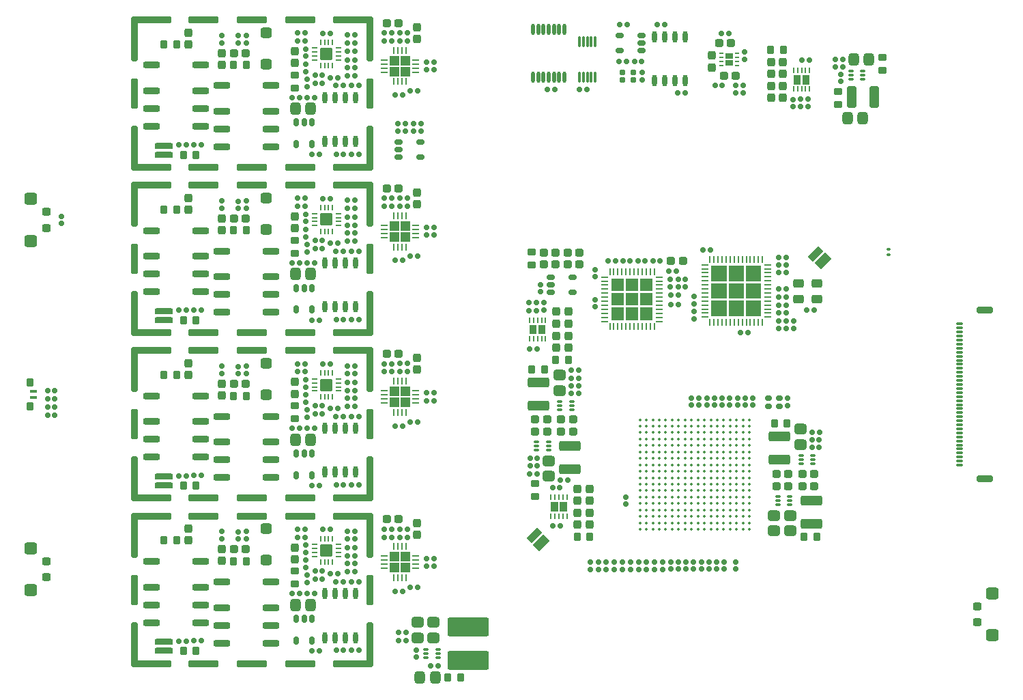
<source format=gbr>
%TF.GenerationSoftware,KiCad,Pcbnew,9.0.0*%
%TF.CreationDate,2025-04-15T16:43:56-04:00*%
%TF.ProjectId,Thunderscope_Rev5,5468756e-6465-4727-9363-6f70655f5265,rev?*%
%TF.SameCoordinates,Original*%
%TF.FileFunction,Paste,Top*%
%TF.FilePolarity,Positive*%
%FSLAX46Y46*%
G04 Gerber Fmt 4.6, Leading zero omitted, Abs format (unit mm)*
G04 Created by KiCad (PCBNEW 9.0.0) date 2025-04-15 16:43:56*
%MOMM*%
%LPD*%
G01*
G04 APERTURE LIST*
G04 Aperture macros list*
%AMRoundRect*
0 Rectangle with rounded corners*
0 $1 Rounding radius*
0 $2 $3 $4 $5 $6 $7 $8 $9 X,Y pos of 4 corners*
0 Add a 4 corners polygon primitive as box body*
4,1,4,$2,$3,$4,$5,$6,$7,$8,$9,$2,$3,0*
0 Add four circle primitives for the rounded corners*
1,1,$1+$1,$2,$3*
1,1,$1+$1,$4,$5*
1,1,$1+$1,$6,$7*
1,1,$1+$1,$8,$9*
0 Add four rect primitives between the rounded corners*
20,1,$1+$1,$2,$3,$4,$5,0*
20,1,$1+$1,$4,$5,$6,$7,0*
20,1,$1+$1,$6,$7,$8,$9,0*
20,1,$1+$1,$8,$9,$2,$3,0*%
G04 Aperture macros list end*
%ADD10C,0.000000*%
%ADD11RoundRect,0.150000X-0.150000X0.150000X-0.150000X-0.150000X0.150000X-0.150000X0.150000X0.150000X0*%
%ADD12RoundRect,0.150000X0.150000X-0.150000X0.150000X0.150000X-0.150000X0.150000X-0.150000X-0.150000X0*%
%ADD13RoundRect,0.160000X0.160000X-0.160000X0.160000X0.160000X-0.160000X0.160000X-0.160000X-0.160000X0*%
%ADD14RoundRect,0.200000X0.200000X2.575000X-0.200000X2.575000X-0.200000X-2.575000X0.200000X-2.575000X0*%
%ADD15RoundRect,0.200000X-0.200000X-1.700000X0.200000X-1.700000X0.200000X1.700000X-0.200000X1.700000X0*%
%ADD16RoundRect,0.200000X2.290000X-0.200000X2.290000X0.200000X-2.290000X0.200000X-2.290000X-0.200000X0*%
%ADD17RoundRect,0.200000X-2.290000X0.200000X-2.290000X-0.200000X2.290000X-0.200000X2.290000X0.200000X0*%
%ADD18RoundRect,0.200000X1.700000X-0.200000X1.700000X0.200000X-1.700000X0.200000X-1.700000X-0.200000X0*%
%ADD19RoundRect,0.200000X-1.700000X0.200000X-1.700000X-0.200000X1.700000X-0.200000X1.700000X0.200000X0*%
%ADD20RoundRect,0.200000X-0.200000X-2.575000X0.200000X-2.575000X0.200000X2.575000X-0.200000X2.575000X0*%
%ADD21RoundRect,0.200000X0.200000X1.700000X-0.200000X1.700000X-0.200000X-1.700000X0.200000X-1.700000X0*%
%ADD22RoundRect,0.062500X0.062500X0.237500X-0.062500X0.237500X-0.062500X-0.237500X0.062500X-0.237500X0*%
%ADD23RoundRect,0.160000X-0.160000X0.160000X-0.160000X-0.160000X0.160000X-0.160000X0.160000X0.160000X0*%
%ADD24RoundRect,0.062500X-0.062500X-0.237500X0.062500X-0.237500X0.062500X0.237500X-0.062500X0.237500X0*%
%ADD25RoundRect,0.225000X-0.225000X0.275000X-0.225000X-0.275000X0.225000X-0.275000X0.225000X0.275000X0*%
%ADD26RoundRect,0.237500X0.287500X-0.237500X0.287500X0.237500X-0.287500X0.237500X-0.287500X-0.237500X0*%
%ADD27RoundRect,0.190500X0.934500X0.190500X-0.934500X0.190500X-0.934500X-0.190500X0.934500X-0.190500X0*%
%ADD28RoundRect,0.150000X-0.150000X-0.150000X0.150000X-0.150000X0.150000X0.150000X-0.150000X0.150000X0*%
%ADD29RoundRect,0.237500X-0.287500X0.237500X-0.287500X-0.237500X0.287500X-0.237500X0.287500X0.237500X0*%
%ADD30RoundRect,0.200000X-0.830000X0.200000X-0.830000X-0.200000X0.830000X-0.200000X0.830000X0.200000X0*%
%ADD31RoundRect,0.225000X-0.275000X-0.225000X0.275000X-0.225000X0.275000X0.225000X-0.275000X0.225000X0*%
%ADD32RoundRect,0.160000X0.160000X0.160000X-0.160000X0.160000X-0.160000X-0.160000X0.160000X-0.160000X0*%
%ADD33RoundRect,0.325000X0.375000X0.325000X-0.375000X0.325000X-0.375000X-0.325000X0.375000X-0.325000X0*%
%ADD34RoundRect,0.062500X0.187500X-0.062500X0.187500X0.062500X-0.187500X0.062500X-0.187500X-0.062500X0*%
%ADD35RoundRect,0.375000X-0.425000X0.375000X-0.425000X-0.375000X0.425000X-0.375000X0.425000X0.375000X0*%
%ADD36RoundRect,0.375000X0.425000X-0.375000X0.425000X0.375000X-0.425000X0.375000X-0.425000X-0.375000X0*%
%ADD37RoundRect,0.250000X-0.275000X0.250000X-0.275000X-0.250000X0.275000X-0.250000X0.275000X0.250000X0*%
%ADD38RoundRect,0.225000X0.225000X-0.275000X0.225000X0.275000X-0.225000X0.275000X-0.225000X-0.275000X0*%
%ADD39RoundRect,0.237500X-0.237500X-0.287500X0.237500X-0.287500X0.237500X0.287500X-0.237500X0.287500X0*%
%ADD40O,0.900000X0.250000*%
%ADD41O,0.250000X0.900000*%
%ADD42RoundRect,0.325000X0.325000X-0.425000X0.325000X0.425000X-0.325000X0.425000X-0.325000X-0.425000X0*%
%ADD43O,0.600000X1.450000*%
%ADD44RoundRect,0.325000X0.425000X0.325000X-0.425000X0.325000X-0.425000X-0.325000X0.425000X-0.325000X0*%
%ADD45RoundRect,0.237500X0.237500X0.287500X-0.237500X0.287500X-0.237500X-0.287500X0.237500X-0.287500X0*%
%ADD46RoundRect,0.150000X0.350000X-0.150000X0.350000X0.150000X-0.350000X0.150000X-0.350000X-0.150000X0*%
%ADD47RoundRect,0.075000X0.260000X-0.075000X0.260000X0.075000X-0.260000X0.075000X-0.260000X-0.075000X0*%
%ADD48RoundRect,0.075000X-0.260000X0.075000X-0.260000X-0.075000X0.260000X-0.075000X0.260000X0.075000X0*%
%ADD49O,0.250000X0.850000*%
%ADD50O,0.850000X0.250000*%
%ADD51RoundRect,0.150000X0.150000X0.150000X-0.150000X0.150000X-0.150000X-0.150000X0.150000X-0.150000X0*%
%ADD52RoundRect,0.160000X-0.160000X-0.160000X0.160000X-0.160000X0.160000X0.160000X-0.160000X0.160000X0*%
%ADD53O,0.200000X0.850000*%
%ADD54O,0.850000X0.200000*%
%ADD55RoundRect,0.325000X-0.425000X-0.325000X0.425000X-0.325000X0.425000X0.325000X-0.425000X0.325000X0*%
%ADD56RoundRect,0.150000X-0.150000X-0.350000X0.150000X-0.350000X0.150000X0.350000X-0.150000X0.350000X0*%
%ADD57RoundRect,0.307500X1.052500X0.307500X-1.052500X0.307500X-1.052500X-0.307500X1.052500X-0.307500X0*%
%ADD58RoundRect,0.275000X0.375000X0.275000X-0.375000X0.275000X-0.375000X-0.275000X0.375000X-0.275000X0*%
%ADD59RoundRect,0.275000X-0.375000X-0.275000X0.375000X-0.275000X0.375000X0.275000X-0.375000X0.275000X0*%
%ADD60RoundRect,0.085000X-0.852064X-0.371231X-0.371231X-0.852064X0.852064X0.371231X0.371231X0.852064X0*%
%ADD61RoundRect,0.110000X-0.905097X-0.282843X-0.282843X-0.905097X0.905097X0.282843X0.282843X0.905097X0*%
%ADD62O,0.350000X1.400000*%
%ADD63RoundRect,0.307500X-1.052500X-0.307500X1.052500X-0.307500X1.052500X0.307500X-1.052500X0.307500X0*%
%ADD64RoundRect,0.325000X-0.325000X0.425000X-0.325000X-0.425000X0.325000X-0.425000X0.325000X0.425000X0*%
%ADD65RoundRect,0.225000X0.275000X0.225000X-0.275000X0.225000X-0.275000X-0.225000X0.275000X-0.225000X0*%
%ADD66RoundRect,0.175000X0.225000X0.175000X-0.225000X0.175000X-0.225000X-0.175000X0.225000X-0.175000X0*%
%ADD67RoundRect,0.175000X-0.225000X-0.175000X0.225000X-0.175000X0.225000X0.175000X-0.225000X0.175000X0*%
%ADD68O,0.800000X0.250000*%
%ADD69O,0.250000X0.800000*%
%ADD70RoundRect,0.074000X-0.666000X-0.666000X0.666000X-0.666000X0.666000X0.666000X-0.666000X0.666000X0*%
%ADD71RoundRect,0.150000X-0.350000X0.150000X-0.350000X-0.150000X0.350000X-0.150000X0.350000X0.150000X0*%
%ADD72RoundRect,0.075000X-0.175000X-0.075000X0.175000X-0.075000X0.175000X0.075000X-0.175000X0.075000X0*%
%ADD73RoundRect,0.307500X0.307500X-1.052500X0.307500X1.052500X-0.307500X1.052500X-0.307500X-1.052500X0*%
%ADD74RoundRect,0.250000X0.275000X-0.250000X0.275000X0.250000X-0.275000X0.250000X-0.275000X-0.250000X0*%
%ADD75RoundRect,0.235000X2.315000X-0.940000X2.315000X0.940000X-2.315000X0.940000X-2.315000X-0.940000X0*%
%ADD76RoundRect,0.075000X0.350000X-0.075000X0.350000X0.075000X-0.350000X0.075000X-0.350000X-0.075000X0*%
%ADD77RoundRect,0.200000X0.800000X-0.200000X0.800000X0.200000X-0.800000X0.200000X-0.800000X-0.200000X0*%
%ADD78C,0.350000*%
%ADD79O,0.450000X1.400000*%
%ADD80RoundRect,0.135000X0.315000X-0.365000X0.315000X0.365000X-0.315000X0.365000X-0.315000X-0.365000X0*%
%ADD81RoundRect,0.060000X0.340000X-0.140000X0.340000X0.140000X-0.340000X0.140000X-0.340000X-0.140000X0*%
%ADD82RoundRect,0.160000X0.190000X-0.160000X0.190000X0.160000X-0.190000X0.160000X-0.190000X-0.160000X0*%
G04 APERTURE END LIST*
D10*
%TO.C,U15*%
G36*
X184101246Y-68593599D02*
G01*
X183211246Y-68593599D01*
X183211246Y-67463599D01*
X184101246Y-67463599D01*
X184101246Y-68593599D01*
G37*
G36*
X185201246Y-68593599D02*
G01*
X184311246Y-68593599D01*
X184311246Y-67463599D01*
X185201246Y-67463599D01*
X185201246Y-68593599D01*
G37*
%TO.C,U22*%
G36*
X153995925Y-121518600D02*
G01*
X153105925Y-121518600D01*
X153105925Y-120388600D01*
X153995925Y-120388600D01*
X153995925Y-121518600D01*
G37*
G36*
X155095925Y-121518600D02*
G01*
X154205925Y-121518600D01*
X154205925Y-120388600D01*
X155095925Y-120388600D01*
X155095925Y-121518600D01*
G37*
%TO.C,U13*%
G36*
X175681051Y-65403589D02*
G01*
X174781051Y-65403589D01*
X174781051Y-64703590D01*
X175681051Y-64703590D01*
X175681051Y-65403589D01*
G37*
G36*
X175681093Y-66303608D02*
G01*
X174781093Y-66303608D01*
X174781093Y-65603609D01*
X175681093Y-65603609D01*
X175681093Y-66303608D01*
G37*
%TO.C,U6*%
G36*
X162144155Y-92653610D02*
G01*
X160594155Y-92653610D01*
X160594155Y-94203610D01*
X162144155Y-94203610D01*
X162144155Y-92653610D01*
G37*
G36*
X162144155Y-94453610D02*
G01*
X160594155Y-94453610D01*
X160594155Y-96003610D01*
X162144155Y-96003610D01*
X162144155Y-94453610D01*
G37*
G36*
X162144155Y-96253610D02*
G01*
X160594155Y-96253610D01*
X160594155Y-97803610D01*
X162144155Y-97803610D01*
X162144155Y-96253610D01*
G37*
G36*
X163944155Y-92653610D02*
G01*
X162394155Y-92653610D01*
X162394155Y-94203610D01*
X163944155Y-94203610D01*
X163944155Y-92653610D01*
G37*
G36*
X163944155Y-94453610D02*
G01*
X162394155Y-94453610D01*
X162394155Y-96003610D01*
X163944155Y-96003610D01*
X163944155Y-94453610D01*
G37*
G36*
X163944155Y-96253610D02*
G01*
X162394155Y-96253610D01*
X162394155Y-97803610D01*
X163944155Y-97803610D01*
X163944155Y-96253610D01*
G37*
G36*
X165744155Y-92653610D02*
G01*
X164194155Y-92653610D01*
X164194155Y-94203610D01*
X165744155Y-94203610D01*
X165744155Y-92653610D01*
G37*
G36*
X165744155Y-94453610D02*
G01*
X164194155Y-94453610D01*
X164194155Y-96003610D01*
X165744155Y-96003610D01*
X165744155Y-94453610D01*
G37*
G36*
X165744155Y-96253610D02*
G01*
X164194155Y-96253610D01*
X164194155Y-97803610D01*
X165744155Y-97803610D01*
X165744155Y-96253610D01*
G37*
%TO.C,U14*%
G36*
X151345925Y-99568600D02*
G01*
X150455925Y-99568600D01*
X150455925Y-98438600D01*
X151345925Y-98438600D01*
X151345925Y-99568600D01*
G37*
G36*
X152445925Y-99568600D02*
G01*
X151555925Y-99568600D01*
X151555925Y-98438600D01*
X152445925Y-98438600D01*
X152445925Y-99568600D01*
G37*
%TO.C,U1008_1*%
G36*
X133126045Y-65078600D02*
G01*
X134276045Y-65078600D01*
X134276045Y-66228600D01*
X133126045Y-66228600D01*
X133126045Y-65078600D01*
G37*
G36*
X133126045Y-66428600D02*
G01*
X134276045Y-66428600D01*
X134276045Y-67578600D01*
X133126045Y-67578600D01*
X133126045Y-66428600D01*
G37*
G36*
X134476045Y-65078600D02*
G01*
X135626045Y-65078600D01*
X135626045Y-66228600D01*
X134476045Y-66228600D01*
X134476045Y-65078600D01*
G37*
G36*
X134476045Y-66428600D02*
G01*
X135626045Y-66428600D01*
X135626045Y-67578600D01*
X134476045Y-67578600D01*
X134476045Y-66428600D01*
G37*
%TO.C,U7*%
G36*
X174901095Y-93003590D02*
G01*
X173001095Y-93003590D01*
X173001095Y-91103600D01*
X174901095Y-91103600D01*
X174901095Y-93003590D01*
G37*
G36*
X174901095Y-97303590D02*
G01*
X173001095Y-97303590D01*
X173001095Y-95403590D01*
X174901095Y-95403590D01*
X174901095Y-97303590D01*
G37*
G36*
X174901095Y-95153590D02*
G01*
X173001095Y-95153590D01*
X173001095Y-93253590D01*
X174901095Y-93253590D01*
X174901095Y-95153590D01*
G37*
G36*
X177051095Y-93003600D02*
G01*
X175151095Y-93003600D01*
X175151095Y-91103600D01*
X177051095Y-91103600D01*
X177051095Y-93003600D01*
G37*
G36*
X177051095Y-95153590D02*
G01*
X175151095Y-95153590D01*
X175151095Y-93253600D01*
X177051095Y-93253600D01*
X177051095Y-95153590D01*
G37*
G36*
X177051095Y-97303590D02*
G01*
X175151095Y-97303590D01*
X175151095Y-95403590D01*
X177051095Y-95403590D01*
X177051095Y-97303590D01*
G37*
G36*
X179201095Y-95153590D02*
G01*
X177301095Y-95153590D01*
X177301095Y-93253590D01*
X179201095Y-93253590D01*
X179201095Y-95153590D01*
G37*
G36*
X179201095Y-93003590D02*
G01*
X177301095Y-93003590D01*
X177301095Y-91103600D01*
X179201095Y-91103600D01*
X179201095Y-93003590D01*
G37*
G36*
X179201095Y-97303590D02*
G01*
X177301095Y-97303590D01*
X177301095Y-95403590D01*
X179201095Y-95403590D01*
X179201095Y-97303590D01*
G37*
%TO.C,U1008_2*%
G36*
X133126045Y-85578600D02*
G01*
X134276045Y-85578600D01*
X134276045Y-86728600D01*
X133126045Y-86728600D01*
X133126045Y-85578600D01*
G37*
G36*
X133126045Y-86928600D02*
G01*
X134276045Y-86928600D01*
X134276045Y-88078600D01*
X133126045Y-88078600D01*
X133126045Y-86928600D01*
G37*
G36*
X134476045Y-85578600D02*
G01*
X135626045Y-85578600D01*
X135626045Y-86728600D01*
X134476045Y-86728600D01*
X134476045Y-85578600D01*
G37*
G36*
X134476045Y-86928600D02*
G01*
X135626045Y-86928600D01*
X135626045Y-88078600D01*
X134476045Y-88078600D01*
X134476045Y-86928600D01*
G37*
%TO.C,U1008_3*%
G36*
X133126045Y-106078600D02*
G01*
X134276045Y-106078600D01*
X134276045Y-107228600D01*
X133126045Y-107228600D01*
X133126045Y-106078600D01*
G37*
G36*
X133126045Y-107428600D02*
G01*
X134276045Y-107428600D01*
X134276045Y-108578600D01*
X133126045Y-108578600D01*
X133126045Y-107428600D01*
G37*
G36*
X134476045Y-106078600D02*
G01*
X135626045Y-106078600D01*
X135626045Y-107228600D01*
X134476045Y-107228600D01*
X134476045Y-106078600D01*
G37*
G36*
X134476045Y-107428600D02*
G01*
X135626045Y-107428600D01*
X135626045Y-108578600D01*
X134476045Y-108578600D01*
X134476045Y-107428600D01*
G37*
%TO.C,U1008_4*%
G36*
X133126045Y-126578600D02*
G01*
X134276045Y-126578600D01*
X134276045Y-127728600D01*
X133126045Y-127728600D01*
X133126045Y-126578600D01*
G37*
G36*
X133126045Y-127928600D02*
G01*
X134276045Y-127928600D01*
X134276045Y-129078600D01*
X133126045Y-129078600D01*
X133126045Y-127928600D01*
G37*
G36*
X134476045Y-126578600D02*
G01*
X135626045Y-126578600D01*
X135626045Y-127728600D01*
X134476045Y-127728600D01*
X134476045Y-126578600D01*
G37*
G36*
X134476045Y-127928600D02*
G01*
X135626045Y-127928600D01*
X135626045Y-129078600D01*
X134476045Y-129078600D01*
X134476045Y-127928600D01*
G37*
%TD*%
D11*
%TO.C,R1033_1*%
X134676085Y-69928600D03*
X133776085Y-69928600D03*
%TD*%
D12*
%TO.C,FB1000_4*%
X134401105Y-123713600D03*
X135301105Y-123713600D03*
%TD*%
D13*
%TO.C,C1045_1*%
X126441095Y-68753600D03*
X127361095Y-68753600D03*
%TD*%
D14*
%TO.C,SHLD1001_2*%
X130613695Y-97022990D03*
D15*
X130611095Y-90253590D03*
D14*
X130611095Y-83478990D03*
D16*
X128523395Y-99398390D03*
D17*
X128521395Y-81103590D03*
D18*
X122033695Y-99398390D03*
D19*
X122031095Y-81103590D03*
D18*
X116033695Y-99398390D03*
D19*
X116031095Y-81103590D03*
D18*
X110033695Y-99398390D03*
D19*
X110031095Y-81103590D03*
D16*
X103543395Y-99398390D03*
D17*
X103541395Y-81103590D03*
D20*
X101453695Y-97022990D03*
D21*
X101451095Y-90253590D03*
D20*
X101451095Y-83478990D03*
%TD*%
D13*
%TO.C,C185*%
X153321095Y-123343600D03*
X154241095Y-123343600D03*
%TD*%
D22*
%TO.C,U15*%
X183206076Y-69178599D03*
X183706076Y-69178599D03*
X184206076Y-69178599D03*
X184706076Y-69178599D03*
X185206076Y-69178599D03*
X185206076Y-66878599D03*
X184706076Y-66878599D03*
X184206076Y-66878599D03*
X183706076Y-66878599D03*
X183206076Y-66878599D03*
%TD*%
D12*
%TO.C,R1042_3*%
X127876115Y-107528590D03*
X128776115Y-107528590D03*
%TD*%
%TO.C,R1039_3*%
X121026105Y-111203600D03*
X121926105Y-111203600D03*
%TD*%
%TO.C,R85*%
X90651105Y-108603600D03*
X91551105Y-108603600D03*
%TD*%
D23*
%TO.C,C1047_2*%
X122636095Y-83728590D03*
X121716095Y-83728590D03*
%TD*%
D24*
%TO.C,U22*%
X155101095Y-119803600D03*
X154601095Y-119803600D03*
X154101095Y-119803600D03*
X153601095Y-119803600D03*
X153101095Y-119803600D03*
X153101095Y-122103600D03*
X153601095Y-122103600D03*
X154101095Y-122103600D03*
X154601095Y-122103600D03*
X155101095Y-122103600D03*
%TD*%
D25*
%TO.C,R1022_3*%
X106651095Y-104641100D03*
X105051095Y-104641100D03*
%TD*%
D26*
%TO.C,C1039_2*%
X132736095Y-81483600D03*
X134186095Y-81483600D03*
%TD*%
D12*
%TO.C,R1037_3*%
X127901105Y-105528600D03*
X128801105Y-105528600D03*
%TD*%
D27*
%TO.C,R1025_2*%
X105101095Y-97866100D03*
X105101095Y-96716100D03*
%TD*%
D28*
%TO.C,R1043_1*%
X122876095Y-67953600D03*
X122876095Y-68853600D03*
%TD*%
%TO.C,R37*%
X168917200Y-127803610D03*
X168917200Y-128703610D03*
%TD*%
D29*
%TO.C,C1024_4*%
X115251095Y-126203600D03*
X113801095Y-126203600D03*
%TD*%
D13*
%TO.C,C66*%
X181366095Y-95953600D03*
X182286095Y-95953600D03*
%TD*%
D12*
%TO.C,FB1000_3*%
X134401105Y-103213600D03*
X135301105Y-103213600D03*
%TD*%
D13*
%TO.C,C85*%
X134191095Y-136578600D03*
X135111095Y-136578600D03*
%TD*%
D30*
%TO.C,K1000_3*%
X103551105Y-107216100D03*
X103551105Y-110416100D03*
X103551105Y-112616100D03*
X103551105Y-114816100D03*
X109691095Y-114816100D03*
X109691095Y-112616100D03*
X109691095Y-110416100D03*
X109691095Y-107216100D03*
%TD*%
D13*
%TO.C,C1046_1*%
X127866105Y-62478590D03*
X128786105Y-62478590D03*
%TD*%
D11*
%TO.C,R127*%
X154231085Y-118628600D03*
X153331085Y-118628600D03*
%TD*%
D31*
%TO.C,R120*%
X151151095Y-118053601D03*
X151151095Y-119653599D03*
%TD*%
D32*
%TO.C,C1034_4*%
X122676095Y-128488600D03*
X122676095Y-127568600D03*
%TD*%
D11*
%TO.C,R1044_4*%
X127376085Y-138753600D03*
X126476085Y-138753600D03*
%TD*%
D25*
%TO.C,R1022_2*%
X106651095Y-84141100D03*
X105051095Y-84141100D03*
%TD*%
D32*
%TO.C,C47*%
X157976095Y-128738600D03*
X157976095Y-127818600D03*
%TD*%
D28*
%TO.C,R38*%
X167976095Y-127803610D03*
X167976095Y-128703610D03*
%TD*%
D33*
%TO.C,C1059_1*%
X117826095Y-66103600D03*
X117826095Y-62203600D03*
%TD*%
D34*
%TO.C,U13*%
X174281074Y-64753599D03*
X174281074Y-65253594D03*
X174281081Y-65753597D03*
X174281074Y-66253599D03*
X176181077Y-66253592D03*
X176181077Y-65753597D03*
X176181077Y-65253601D03*
X176181077Y-64753592D03*
%TD*%
D35*
%TO.C,J12*%
X88587500Y-82803600D03*
D36*
X88587500Y-88003600D03*
D37*
X90512500Y-84403600D03*
X90512500Y-86403600D03*
%TD*%
D12*
%TO.C,R1041_1*%
X127901105Y-65578600D03*
X128801105Y-65578600D03*
%TD*%
D11*
%TO.C,R19*%
X162944145Y-90478600D03*
X162044145Y-90478600D03*
%TD*%
D13*
%TO.C,C16*%
X167741095Y-91753600D03*
X168661095Y-91753600D03*
%TD*%
D28*
%TO.C,R79*%
X174351095Y-107478610D03*
X174351095Y-108378610D03*
%TD*%
D12*
%TO.C,R1039_2*%
X121026105Y-90703600D03*
X121926105Y-90703600D03*
%TD*%
D11*
%TO.C,R1044_1*%
X127376085Y-77253600D03*
X126476085Y-77253600D03*
%TD*%
D38*
%TO.C,R1024_3*%
X113701095Y-107203600D03*
X115301095Y-107203600D03*
%TD*%
%TO.C,R1021_4*%
X107501095Y-138866100D03*
X109101095Y-138866100D03*
%TD*%
D28*
%TO.C,R75*%
X178151095Y-107478610D03*
X178151095Y-108378610D03*
%TD*%
D27*
%TO.C,R1025_4*%
X105101095Y-138866100D03*
X105101095Y-137716100D03*
%TD*%
D25*
%TO.C,R1022_4*%
X106651095Y-125141100D03*
X105051095Y-125141100D03*
%TD*%
D23*
%TO.C,C76*%
X136961094Y-73428600D03*
X136041094Y-73428600D03*
%TD*%
D33*
%TO.C,C1059_3*%
X117826095Y-107103600D03*
X117826095Y-103203600D03*
%TD*%
D28*
%TO.C,R29*%
X172717200Y-127803610D03*
X172717200Y-128703610D03*
%TD*%
D23*
%TO.C,C126*%
X136961094Y-74428600D03*
X136041094Y-74428600D03*
%TD*%
%TO.C,C1056_4*%
X126686105Y-129253590D03*
X125766105Y-129253590D03*
%TD*%
D11*
%TO.C,R129*%
X156526085Y-105028600D03*
X155626085Y-105028600D03*
%TD*%
D39*
%TO.C,C122*%
X180406076Y-68803600D03*
X180406076Y-70253598D03*
%TD*%
D40*
%TO.C,U6*%
X159794145Y-92478610D03*
X159794145Y-92978610D03*
X159794145Y-93478610D03*
X159794145Y-93978610D03*
X159794145Y-94478610D03*
X159794145Y-94978610D03*
X159794145Y-95478610D03*
X159794145Y-95978610D03*
X159794145Y-96478610D03*
X159794145Y-96978610D03*
X159794145Y-97478610D03*
X159794145Y-97978610D03*
D41*
X160419145Y-98603610D03*
X160919145Y-98603610D03*
X161419145Y-98603610D03*
X161919145Y-98603610D03*
X162419155Y-98603610D03*
X162919145Y-98603610D03*
X163419145Y-98603610D03*
X163919145Y-98603610D03*
X164419145Y-98603610D03*
X164919155Y-98603610D03*
X165419145Y-98603610D03*
X165919145Y-98603610D03*
D40*
X166544145Y-97978610D03*
X166544145Y-97478610D03*
X166544145Y-96978610D03*
X166544145Y-96478610D03*
X166544145Y-95978610D03*
X166544145Y-95478610D03*
X166544145Y-94978610D03*
X166544145Y-94478610D03*
X166544145Y-93978610D03*
X166544145Y-93478610D03*
X166544145Y-92978610D03*
X166544145Y-92478610D03*
D41*
X165919145Y-91853610D03*
X165419145Y-91853610D03*
X164919155Y-91853610D03*
X164419145Y-91853610D03*
X163919145Y-91853610D03*
X163419145Y-91853610D03*
X162919145Y-91853610D03*
X162419155Y-91853610D03*
X161919145Y-91853610D03*
X161419145Y-91853610D03*
X160919145Y-91853610D03*
X160419145Y-91853610D03*
%TD*%
D12*
%TO.C,R52_2*%
X137701105Y-86353600D03*
X138601105Y-86353600D03*
%TD*%
D13*
%TO.C,C1043_1*%
X135641095Y-69428600D03*
X136561095Y-69428600D03*
%TD*%
D42*
%TO.C,C80*%
X136851096Y-142103600D03*
X138751094Y-142103600D03*
%TD*%
D13*
%TO.C,C1037_3*%
X134366095Y-104228600D03*
X135286095Y-104228600D03*
%TD*%
%TO.C,C1037_1*%
X134366095Y-63228600D03*
X135286095Y-63228600D03*
%TD*%
D23*
%TO.C,C1056_2*%
X126686105Y-88253590D03*
X125766105Y-88253590D03*
%TD*%
D43*
%TO.C,U1011_4*%
X125096095Y-137178590D03*
X126366095Y-137178590D03*
X127636095Y-137178590D03*
X128906095Y-137178590D03*
X128906095Y-131728590D03*
X127636095Y-131728590D03*
X126366095Y-131728590D03*
X125096095Y-131728590D03*
%TD*%
D11*
%TO.C,R1033_2*%
X134676085Y-90428600D03*
X133776085Y-90428600D03*
%TD*%
D44*
%TO.C,C188*%
X154176095Y-106553599D03*
X154176095Y-104653601D03*
%TD*%
D24*
%TO.C,U14*%
X152451095Y-97853600D03*
X151951095Y-97853600D03*
X151451095Y-97853600D03*
X150951095Y-97853600D03*
X150451095Y-97853600D03*
X150451095Y-100153600D03*
X150951095Y-100153600D03*
X151451095Y-100153600D03*
X151951095Y-100153600D03*
X152451095Y-100153600D03*
%TD*%
D11*
%TO.C,R51*%
X182276085Y-93978600D03*
X181376085Y-93978600D03*
%TD*%
D45*
%TO.C,C184*%
X157901095Y-120178599D03*
X157901095Y-118728601D03*
%TD*%
D12*
%TO.C,R1037_4*%
X127901105Y-126028600D03*
X128801105Y-126028600D03*
%TD*%
D28*
%TO.C,R82*%
X171501095Y-107478610D03*
X171501095Y-108378610D03*
%TD*%
D46*
%TO.C,U16*%
X134201094Y-75728600D03*
X134201094Y-76678600D03*
X134201094Y-77628600D03*
X136901094Y-77628600D03*
X136901094Y-75728600D03*
%TD*%
D13*
%TO.C,C1050_1*%
X123441095Y-77303600D03*
X124361095Y-77303600D03*
%TD*%
D47*
%TO.C,U17*%
X190336095Y-66978600D03*
X190336095Y-67478600D03*
X190336095Y-67978600D03*
X191816095Y-67978600D03*
X191816095Y-67478600D03*
X191816095Y-66978600D03*
%TD*%
D30*
%TO.C,K1000_1*%
X103551105Y-66216100D03*
X103551105Y-69416100D03*
X103551105Y-71616100D03*
X103551105Y-73816100D03*
X109691095Y-73816100D03*
X109691095Y-71616100D03*
X109691095Y-69416100D03*
X109691095Y-66216100D03*
%TD*%
D43*
%TO.C,U1011_3*%
X125096095Y-116678590D03*
X126366095Y-116678590D03*
X127636095Y-116678590D03*
X128906095Y-116678590D03*
X128906095Y-111228590D03*
X127636095Y-111228590D03*
X126366095Y-111228590D03*
X125096095Y-111228590D03*
%TD*%
D13*
%TO.C,C1048_3*%
X124811095Y-103253600D03*
X125731095Y-103253600D03*
%TD*%
%TO.C,C81*%
X138191095Y-140653600D03*
X139111095Y-140653600D03*
%TD*%
%TO.C,C1046_2*%
X127866105Y-82978590D03*
X128786105Y-82978590D03*
%TD*%
D48*
%TO.C,U11*%
X139091094Y-139653599D03*
X139091094Y-139153600D03*
X139091094Y-138653601D03*
X137611094Y-138653601D03*
X137611094Y-139153600D03*
X137611094Y-139653599D03*
%TD*%
D49*
%TO.C,U1008_1*%
X135126095Y-64403600D03*
X134626095Y-64403600D03*
X134126095Y-64403600D03*
X133626095Y-64403600D03*
D50*
X132451095Y-65578600D03*
X132451095Y-66078600D03*
X132451095Y-66578600D03*
X132451095Y-67078600D03*
D49*
X133626095Y-68253600D03*
X134126095Y-68253600D03*
X134626095Y-68253600D03*
X135126095Y-68253600D03*
D50*
X136301095Y-67078600D03*
X136301095Y-66578600D03*
X136301095Y-66078600D03*
X136301095Y-65578600D03*
%TD*%
D13*
%TO.C,C1049_4*%
X127866095Y-124978600D03*
X128786095Y-124978600D03*
%TD*%
D12*
%TO.C,R1037_2*%
X127901105Y-85028600D03*
X128801105Y-85028600D03*
%TD*%
D29*
%TO.C,C73*%
X185801094Y-116892350D03*
X184351096Y-116892350D03*
%TD*%
D51*
%TO.C,R110*%
X189351095Y-66403590D03*
X189351095Y-65503590D03*
%TD*%
D26*
%TO.C,C71*%
X151176096Y-110153600D03*
X152626094Y-110153600D03*
%TD*%
D43*
%TO.C,U1011_1*%
X125096095Y-75678590D03*
X126366095Y-75678590D03*
X127636095Y-75678590D03*
X128906095Y-75678590D03*
X128906095Y-70228590D03*
X127636095Y-70228590D03*
X126366095Y-70228590D03*
X125096095Y-70228590D03*
%TD*%
D52*
%TO.C,C1021_3*%
X115301095Y-103543600D03*
X115301095Y-104463600D03*
%TD*%
D32*
%TO.C,C46*%
X158976095Y-128738600D03*
X158976095Y-127818600D03*
%TD*%
D23*
%TO.C,C186*%
X156536095Y-104053600D03*
X155616095Y-104053600D03*
%TD*%
D52*
%TO.C,C112*%
X177126095Y-64543600D03*
X177126095Y-65463600D03*
%TD*%
D29*
%TO.C,C107*%
X153676094Y-90928600D03*
X152226096Y-90928600D03*
%TD*%
D52*
%TO.C,C1021_1*%
X115301095Y-62543600D03*
X115301095Y-63463600D03*
%TD*%
D51*
%TO.C,R1038_4*%
X122676095Y-126603590D03*
X122676095Y-125703590D03*
%TD*%
D12*
%TO.C,R1042_4*%
X127876115Y-128028590D03*
X128776115Y-128028590D03*
%TD*%
D28*
%TO.C,R1043_2*%
X122876095Y-88453600D03*
X122876095Y-89353600D03*
%TD*%
D14*
%TO.C,SHLD1001_3*%
X130613695Y-117522990D03*
D15*
X130611095Y-110753590D03*
D14*
X130611095Y-103978990D03*
D16*
X128523395Y-119898390D03*
D17*
X128521395Y-101603590D03*
D18*
X122033695Y-119898390D03*
D19*
X122031095Y-101603590D03*
D18*
X116033695Y-119898390D03*
D19*
X116031095Y-101603590D03*
D18*
X110033695Y-119898390D03*
D19*
X110031095Y-101603590D03*
D16*
X103543395Y-119898390D03*
D17*
X103541395Y-101603590D03*
D20*
X101453695Y-117522990D03*
D21*
X101451095Y-110753590D03*
D20*
X101451095Y-103978990D03*
%TD*%
D39*
%TO.C,C1030_1*%
X121301095Y-64503590D03*
X121301095Y-65953590D03*
%TD*%
D53*
%TO.C,U7*%
X172851095Y-98103590D03*
X173351095Y-98103590D03*
X173851095Y-98103590D03*
X174351095Y-98103590D03*
X174851095Y-98103590D03*
X175351095Y-98103590D03*
X175851095Y-98103590D03*
X176351095Y-98103590D03*
X176851095Y-98103590D03*
X177351095Y-98103590D03*
X177851095Y-98103590D03*
X178351095Y-98103590D03*
X178851095Y-98103590D03*
X179351095Y-98103590D03*
D54*
X180001095Y-97453590D03*
X180001095Y-96953590D03*
X180001095Y-96453590D03*
X180001095Y-95953590D03*
X180001095Y-95453590D03*
X180001095Y-94953600D03*
X180001095Y-94453590D03*
X180001095Y-93953590D03*
X180001095Y-93453590D03*
X180001095Y-92953590D03*
X180001095Y-92453590D03*
X180001095Y-91953590D03*
X180001095Y-91453590D03*
X180001095Y-90953590D03*
D53*
X179351095Y-90303590D03*
X178851095Y-90303590D03*
X178351095Y-90303590D03*
X177851095Y-90303590D03*
X177351095Y-90303590D03*
X176851095Y-90303590D03*
X176351095Y-90303590D03*
X175851095Y-90303590D03*
X175351095Y-90303590D03*
X174851095Y-90303590D03*
X174351095Y-90303590D03*
X173851095Y-90303590D03*
X173351095Y-90303590D03*
X172851095Y-90303590D03*
D54*
X172201095Y-90953590D03*
X172201095Y-91453590D03*
X172201095Y-91953590D03*
X172201095Y-92453590D03*
X172201095Y-92953590D03*
X172201095Y-93453590D03*
X172201095Y-93953590D03*
X172201095Y-94453590D03*
X172201095Y-94953600D03*
X172201095Y-95453590D03*
X172201095Y-95953590D03*
X172201095Y-96453590D03*
X172201095Y-96953590D03*
X172201095Y-97453590D03*
%TD*%
D23*
%TO.C,C1032_2*%
X128786095Y-88003600D03*
X127866095Y-88003600D03*
%TD*%
D12*
%TO.C,R97_2*%
X137701105Y-87303600D03*
X138601105Y-87303600D03*
%TD*%
D39*
%TO.C,C121*%
X181906076Y-68803600D03*
X181906076Y-70253598D03*
%TD*%
D11*
%TO.C,R64*%
X91551085Y-109603600D03*
X90651085Y-109603600D03*
%TD*%
D13*
%TO.C,C6*%
X161571072Y-65768602D03*
X162491072Y-65768602D03*
%TD*%
D55*
%TO.C,C180*%
X152851095Y-115253601D03*
X152851095Y-117153599D03*
%TD*%
D14*
%TO.C,SHLD1001_4*%
X130613695Y-138022990D03*
D15*
X130611095Y-131253590D03*
D14*
X130611095Y-124478990D03*
D16*
X128523395Y-140398390D03*
D17*
X128521395Y-122103590D03*
D18*
X122033695Y-140398390D03*
D19*
X122031095Y-122103590D03*
D18*
X116033695Y-140398390D03*
D19*
X116031095Y-122103590D03*
D18*
X110033695Y-140398390D03*
D19*
X110031095Y-122103590D03*
D16*
X103543395Y-140398390D03*
D17*
X103541395Y-122103590D03*
D20*
X101453695Y-138022990D03*
D21*
X101451095Y-131253590D03*
D20*
X101451095Y-124478990D03*
%TD*%
D45*
%TO.C,C119*%
X180406071Y-67253598D03*
X180406071Y-65803600D03*
%TD*%
D28*
%TO.C,R72*%
X189051095Y-67353610D03*
X189051095Y-68253610D03*
%TD*%
D49*
%TO.C,U1008_2*%
X135126095Y-84903600D03*
X134626095Y-84903600D03*
X134126095Y-84903600D03*
X133626095Y-84903600D03*
D50*
X132451095Y-86078600D03*
X132451095Y-86578600D03*
X132451095Y-87078600D03*
X132451095Y-87578600D03*
D49*
X133626095Y-88753600D03*
X134126095Y-88753600D03*
X134626095Y-88753600D03*
X135126095Y-88753600D03*
D50*
X136301095Y-87578600D03*
X136301095Y-87078600D03*
X136301095Y-86578600D03*
X136301095Y-86078600D03*
%TD*%
D23*
%TO.C,C68*%
X185786095Y-96603600D03*
X184866095Y-96603600D03*
%TD*%
D45*
%TO.C,C1022_2*%
X108151095Y-84116100D03*
X108151095Y-82666100D03*
%TD*%
D25*
%TO.C,R57*%
X182426094Y-110592350D03*
X180826096Y-110592350D03*
%TD*%
D12*
%TO.C,R1053_2*%
X108801105Y-96591100D03*
X109701105Y-96591100D03*
%TD*%
D28*
%TO.C,R99*%
X152251095Y-95678610D03*
X152251095Y-96578610D03*
%TD*%
D29*
%TO.C,C72*%
X185801094Y-118392350D03*
X184351096Y-118392350D03*
%TD*%
D13*
%TO.C,C1053_2*%
X123841095Y-88953600D03*
X124761095Y-88953600D03*
%TD*%
D12*
%TO.C,R43*%
X176651105Y-99403600D03*
X177551105Y-99403600D03*
%TD*%
D56*
%TO.C,U1010_3*%
X123451095Y-114328600D03*
X122501095Y-114328600D03*
X121551095Y-114328600D03*
X121551095Y-117028600D03*
X123451095Y-117028600D03*
%TD*%
D11*
%TO.C,R1044_2*%
X127376085Y-97753600D03*
X126476085Y-97753600D03*
%TD*%
D57*
%TO.C,L5*%
X181476095Y-115077350D03*
X181476095Y-112207350D03*
%TD*%
D13*
%TO.C,C1043_2*%
X135641095Y-89928600D03*
X136561095Y-89928600D03*
%TD*%
D29*
%TO.C,C106*%
X176056072Y-67503599D03*
X174606072Y-67503599D03*
%TD*%
D13*
%TO.C,C1052_4*%
X123841095Y-128953600D03*
X124761095Y-128953600D03*
%TD*%
D26*
%TO.C,C110*%
X155226096Y-89428600D03*
X156676094Y-89428600D03*
%TD*%
%TO.C,C175*%
X181101096Y-116892350D03*
X182551094Y-116892350D03*
%TD*%
D11*
%TO.C,R1033_3*%
X134676085Y-110928600D03*
X133776085Y-110928600D03*
%TD*%
D58*
%TO.C,Y1*%
X186151095Y-93303600D03*
D59*
X183851095Y-93303600D03*
X183851095Y-95203600D03*
D58*
X186151095Y-95203600D03*
%TD*%
D32*
%TO.C,C30*%
X166976095Y-128738600D03*
X166976095Y-127818600D03*
%TD*%
D26*
%TO.C,C1039_3*%
X132736095Y-101983600D03*
X134186095Y-101983600D03*
%TD*%
D12*
%TO.C,R1041_3*%
X127901105Y-106578600D03*
X128801105Y-106578600D03*
%TD*%
D32*
%TO.C,C43*%
X159976095Y-128738600D03*
X159976095Y-127818600D03*
%TD*%
D23*
%TO.C,C1058_2*%
X107836095Y-96616100D03*
X106916095Y-96616100D03*
%TD*%
D38*
%TO.C,R1024_2*%
X113701095Y-86703600D03*
X115301095Y-86703600D03*
%TD*%
%TO.C,R1024_4*%
X113701095Y-127703600D03*
X115301095Y-127703600D03*
%TD*%
D60*
%TO.C,EMI1*%
X151041095Y-124513600D03*
D61*
X151942656Y-125415161D03*
%TD*%
D28*
%TO.C,R1043_4*%
X122876095Y-129453600D03*
X122876095Y-130353600D03*
%TD*%
D39*
%TO.C,C182*%
X156401095Y-121728601D03*
X156401095Y-123178599D03*
%TD*%
D23*
%TO.C,C1032_1*%
X128786095Y-67503600D03*
X127866095Y-67503600D03*
%TD*%
D39*
%TO.C,C1030_3*%
X121301095Y-105503590D03*
X121301095Y-106953590D03*
%TD*%
D23*
%TO.C,C1044_1*%
X122636095Y-62228590D03*
X121716095Y-62228590D03*
%TD*%
D12*
%TO.C,R96*%
X176031082Y-68728599D03*
X176931082Y-68728599D03*
%TD*%
%TO.C,R55*%
X185501105Y-112667350D03*
X186401105Y-112667350D03*
%TD*%
D31*
%TO.C,R14*%
X188776095Y-69453601D03*
X188776095Y-71053599D03*
%TD*%
D23*
%TO.C,C8*%
X167191072Y-61168602D03*
X166271072Y-61168602D03*
%TD*%
D38*
%TO.C,R1024_1*%
X113701095Y-66203600D03*
X115301095Y-66203600D03*
%TD*%
D13*
%TO.C,C1045_3*%
X126441095Y-109753600D03*
X127361095Y-109753600D03*
%TD*%
D14*
%TO.C,SHLD1001_1*%
X130613695Y-76522990D03*
D15*
X130611095Y-69753590D03*
D14*
X130611095Y-62978990D03*
D16*
X128523395Y-78898390D03*
D17*
X128521395Y-60603590D03*
D18*
X122033695Y-78898390D03*
D19*
X122031095Y-60603590D03*
D18*
X116033695Y-78898390D03*
D19*
X116031095Y-60603590D03*
D18*
X110033695Y-78898390D03*
D19*
X110031095Y-60603590D03*
D16*
X103543395Y-78898390D03*
D17*
X103541395Y-60603590D03*
D20*
X101453695Y-76522990D03*
D21*
X101451095Y-69753590D03*
D20*
X101451095Y-62978990D03*
%TD*%
D13*
%TO.C,C178*%
X150491095Y-116853600D03*
X151411095Y-116853600D03*
%TD*%
D46*
%TO.C,U9*%
X153101095Y-92478600D03*
X153101095Y-93428600D03*
X153101095Y-94378600D03*
X155801095Y-94378600D03*
X155801095Y-92478600D03*
%TD*%
D32*
%TO.C,C35*%
X163976095Y-128738600D03*
X163976095Y-127818600D03*
%TD*%
D23*
%TO.C,C1032_3*%
X128786095Y-108503600D03*
X127866095Y-108503600D03*
%TD*%
D12*
%TO.C,R1042_1*%
X127876115Y-66528590D03*
X128776115Y-66528590D03*
%TD*%
D51*
%TO.C,R74*%
X136376095Y-139628590D03*
X136376095Y-138728590D03*
%TD*%
D11*
%TO.C,R1047_4*%
X123776085Y-131703600D03*
X122876085Y-131703600D03*
%TD*%
D42*
%TO.C,C1031_3*%
X121401095Y-112628600D03*
X123301095Y-112628600D03*
%TD*%
D56*
%TO.C,U1010_1*%
X123451095Y-73328600D03*
X122501095Y-73328600D03*
X121551095Y-73328600D03*
X121551095Y-76028600D03*
X123451095Y-76028600D03*
%TD*%
D13*
%TO.C,C1053_1*%
X123841095Y-68453600D03*
X124761095Y-68453600D03*
%TD*%
D47*
%TO.C,U23*%
X154211095Y-107903601D03*
X154211095Y-108403600D03*
X154211095Y-108903599D03*
X155691095Y-108903599D03*
X155691095Y-108403600D03*
X155691095Y-107903601D03*
%TD*%
D29*
%TO.C,C10*%
X155851099Y-111653601D03*
X154401101Y-111653601D03*
%TD*%
D28*
%TO.C,R81*%
X172451095Y-107478610D03*
X172451095Y-108378610D03*
%TD*%
D13*
%TO.C,C1049_2*%
X127866095Y-83978600D03*
X128786095Y-83978600D03*
%TD*%
D39*
%TO.C,C1023_2*%
X112251095Y-85228600D03*
X112251095Y-86678600D03*
%TD*%
D11*
%TO.C,R21*%
X166651085Y-90478590D03*
X165751085Y-90478590D03*
%TD*%
D51*
%TO.C,R1038_1*%
X122676095Y-65103590D03*
X122676095Y-64203590D03*
%TD*%
D12*
%TO.C,R103*%
X150401105Y-95678600D03*
X151301105Y-95678600D03*
%TD*%
D11*
%TO.C,R18*%
X161101085Y-90478590D03*
X160201085Y-90478590D03*
%TD*%
D12*
%TO.C,R97_3*%
X137701105Y-107803600D03*
X138601105Y-107803600D03*
%TD*%
D13*
%TO.C,C1035_1*%
X128341095Y-68753600D03*
X129261095Y-68753600D03*
%TD*%
D11*
%TO.C,R1047_1*%
X123776085Y-70203600D03*
X122876085Y-70203600D03*
%TD*%
D62*
%TO.C,U3*%
X156621116Y-67703600D03*
X157121116Y-67703600D03*
X157621116Y-67703600D03*
X158121116Y-67703600D03*
X158621116Y-67703600D03*
X158621116Y-63303600D03*
X158121116Y-63303600D03*
X157621116Y-63303600D03*
X157121116Y-63303600D03*
X156621116Y-63303600D03*
%TD*%
D28*
%TO.C,R77*%
X175301095Y-107478610D03*
X175301095Y-108378610D03*
%TD*%
D56*
%TO.C,U1010_2*%
X123451095Y-93828600D03*
X122501095Y-93828600D03*
X121551095Y-93828600D03*
X121551095Y-96528600D03*
X123451095Y-96528600D03*
%TD*%
D23*
%TO.C,C1058_1*%
X107836095Y-76116100D03*
X106916095Y-76116100D03*
%TD*%
D12*
%TO.C,R73*%
X134201105Y-137578600D03*
X135101105Y-137578600D03*
%TD*%
D23*
%TO.C,C1047_3*%
X122636095Y-104228590D03*
X121716095Y-104228590D03*
%TD*%
D45*
%TO.C,C1040_1*%
X136531095Y-62958600D03*
X136531095Y-61508600D03*
%TD*%
D32*
%TO.C,C4*%
X164401095Y-68028602D03*
X164401095Y-67108602D03*
%TD*%
D39*
%TO.C,C1023_3*%
X112251095Y-105728600D03*
X112251095Y-107178600D03*
%TD*%
D23*
%TO.C,C1044_2*%
X122636095Y-82728590D03*
X121716095Y-82728590D03*
%TD*%
D13*
%TO.C,C1043_3*%
X135641095Y-110428600D03*
X136561095Y-110428600D03*
%TD*%
D32*
%TO.C,C42*%
X160976095Y-128738600D03*
X160976095Y-127818600D03*
%TD*%
D13*
%TO.C,C1045_4*%
X126441095Y-130253600D03*
X127361095Y-130253600D03*
%TD*%
D23*
%TO.C,C51*%
X172861095Y-89128600D03*
X171941095Y-89128600D03*
%TD*%
%TO.C,C1056_3*%
X126686105Y-108753590D03*
X125766105Y-108753590D03*
%TD*%
D13*
%TO.C,C125*%
X134141094Y-74428600D03*
X135061094Y-74428600D03*
%TD*%
D12*
%TO.C,R102*%
X150401105Y-96678600D03*
X151301105Y-96678600D03*
%TD*%
D13*
%TO.C,C1055_3*%
X128341095Y-118253600D03*
X129261095Y-118253600D03*
%TD*%
D63*
%TO.C,L3*%
X155451095Y-113418600D03*
X155451095Y-116288600D03*
%TD*%
D30*
%TO.C,K1001_1*%
X112256095Y-68753600D03*
X112256095Y-71953600D03*
X112256095Y-74153600D03*
X112256095Y-76353600D03*
X118396085Y-76353600D03*
X118396085Y-74153600D03*
X118396085Y-71953600D03*
X118396085Y-68753600D03*
%TD*%
D13*
%TO.C,C1035_3*%
X128341095Y-109753600D03*
X129261095Y-109753600D03*
%TD*%
D51*
%TO.C,R22*%
X167933295Y-93678600D03*
X167933295Y-92778600D03*
%TD*%
D12*
%TO.C,R1053_4*%
X108801105Y-137591100D03*
X109701105Y-137591100D03*
%TD*%
D11*
%TO.C,R6*%
X91551085Y-106603600D03*
X90651085Y-106603600D03*
%TD*%
D26*
%TO.C,C109*%
X155226096Y-90928600D03*
X156676094Y-90928600D03*
%TD*%
D52*
%TO.C,C62*%
X170876095Y-94868600D03*
X170876095Y-95788600D03*
%TD*%
D49*
%TO.C,U1008_3*%
X135126095Y-105403600D03*
X134626095Y-105403600D03*
X134126095Y-105403600D03*
X133626095Y-105403600D03*
D50*
X132451095Y-106578600D03*
X132451095Y-107078600D03*
X132451095Y-107578600D03*
X132451095Y-108078600D03*
D49*
X133626095Y-109253600D03*
X134126095Y-109253600D03*
X134626095Y-109253600D03*
X135126095Y-109253600D03*
D50*
X136301095Y-108078600D03*
X136301095Y-107578600D03*
X136301095Y-107078600D03*
X136301095Y-106578600D03*
%TD*%
D39*
%TO.C,C1030_4*%
X121301095Y-126003590D03*
X121301095Y-127453590D03*
%TD*%
D64*
%TO.C,C127*%
X191816095Y-72753600D03*
X189916095Y-72753600D03*
%TD*%
D13*
%TO.C,C1050_4*%
X123441095Y-138803600D03*
X124361095Y-138803600D03*
%TD*%
D23*
%TO.C,C1056_1*%
X126686105Y-67753590D03*
X125766105Y-67753590D03*
%TD*%
D52*
%TO.C,C1025_1*%
X112251095Y-62543600D03*
X112251095Y-63463600D03*
%TD*%
D23*
%TO.C,C74*%
X186436095Y-111692350D03*
X185516095Y-111692350D03*
%TD*%
D47*
%TO.C,U8*%
X184161095Y-114592351D03*
X184161095Y-115092350D03*
X184161095Y-115592349D03*
X185641095Y-115592349D03*
X185641095Y-115092350D03*
X185641095Y-114592351D03*
%TD*%
D28*
%TO.C,R80*%
X173401095Y-107478610D03*
X173401095Y-108378610D03*
%TD*%
D13*
%TO.C,C1035_2*%
X128341095Y-89253600D03*
X129261095Y-89253600D03*
%TD*%
D28*
%TO.C,R34*%
X169876095Y-127803610D03*
X169876095Y-128703610D03*
%TD*%
D65*
%TO.C,R1035_2*%
X121301095Y-89528600D03*
X121301095Y-87928600D03*
%TD*%
D11*
%TO.C,R104*%
X185006066Y-70378599D03*
X184106066Y-70378599D03*
%TD*%
D66*
%TO.C,Y2*%
X181420345Y-107503600D03*
D67*
X180120345Y-107503600D03*
X180120345Y-108503600D03*
D66*
X181420345Y-108503600D03*
%TD*%
D52*
%TO.C,C1025_4*%
X112251095Y-124043600D03*
X112251095Y-124963600D03*
%TD*%
D28*
%TO.C,R1026_1*%
X114326095Y-62578610D03*
X114326095Y-63478610D03*
%TD*%
D12*
%TO.C,FB1000_1*%
X134401105Y-62213600D03*
X135301105Y-62213600D03*
%TD*%
D13*
%TO.C,C1046_3*%
X127866105Y-103478590D03*
X128786105Y-103478590D03*
%TD*%
%TO.C,C1049_1*%
X127866095Y-63478600D03*
X128786095Y-63478600D03*
%TD*%
D28*
%TO.C,R78*%
X176251095Y-107478610D03*
X176251095Y-108378610D03*
%TD*%
D52*
%TO.C,C18*%
X158601095Y-95268610D03*
X158601095Y-96188610D03*
%TD*%
D68*
%TO.C,U1009_1*%
X123826095Y-64103600D03*
X123826095Y-64603600D03*
X123826095Y-65103590D03*
X123826095Y-65603600D03*
D69*
X124526095Y-66303590D03*
X125026095Y-66303590D03*
X125526095Y-66303590D03*
X126026095Y-66303590D03*
D68*
X126726095Y-65603600D03*
X126726095Y-65103590D03*
X126726095Y-64603600D03*
X126726095Y-64103600D03*
D69*
X126026095Y-63403600D03*
X125526095Y-63403600D03*
X125026095Y-63403600D03*
X124526095Y-63403600D03*
D70*
X125276095Y-64853590D03*
%TD*%
D42*
%TO.C,C1031_2*%
X121401095Y-92128600D03*
X123301095Y-92128600D03*
%TD*%
D12*
%TO.C,R1053_3*%
X108801105Y-117091100D03*
X109701105Y-117091100D03*
%TD*%
D28*
%TO.C,R33*%
X170826095Y-127803610D03*
X170826095Y-128703610D03*
%TD*%
D12*
%TO.C,R52_4*%
X137701105Y-127353600D03*
X138601105Y-127353600D03*
%TD*%
D33*
%TO.C,C1059_2*%
X117826095Y-86603600D03*
X117826095Y-82703600D03*
%TD*%
D11*
%TO.C,R105*%
X185006066Y-71378599D03*
X184106066Y-71378599D03*
%TD*%
D23*
%TO.C,C2*%
X153571095Y-69203600D03*
X152651095Y-69203600D03*
%TD*%
D13*
%TO.C,C5*%
X161621072Y-61168602D03*
X162541072Y-61168602D03*
%TD*%
D38*
%TO.C,R1021_2*%
X107501095Y-97866100D03*
X109101095Y-97866100D03*
%TD*%
D23*
%TO.C,C124*%
X185166076Y-65628599D03*
X184246076Y-65628599D03*
%TD*%
D51*
%TO.C,R94*%
X151851095Y-94328590D03*
X151851095Y-93428590D03*
%TD*%
D28*
%TO.C,R25*%
X174626095Y-127803610D03*
X174626095Y-128703610D03*
%TD*%
D45*
%TO.C,C1022_3*%
X108151095Y-104616100D03*
X108151095Y-103166100D03*
%TD*%
D13*
%TO.C,C1037_2*%
X134366095Y-83728600D03*
X135286095Y-83728600D03*
%TD*%
%TO.C,C1052_3*%
X123841095Y-108453600D03*
X124761095Y-108453600D03*
%TD*%
D65*
%TO.C,R1035_1*%
X121301095Y-69028600D03*
X121301095Y-67428600D03*
%TD*%
D23*
%TO.C,C1038_3*%
X133386095Y-103228600D03*
X132466095Y-103228600D03*
%TD*%
D35*
%TO.C,J13*%
X88587500Y-126103600D03*
D36*
X88587500Y-131303600D03*
D37*
X90512500Y-127703600D03*
X90512500Y-129703600D03*
%TD*%
D26*
%TO.C,C1039_4*%
X132736095Y-122483600D03*
X134186095Y-122483600D03*
%TD*%
D27*
%TO.C,R1025_1*%
X105101095Y-77366100D03*
X105101095Y-76216100D03*
%TD*%
D13*
%TO.C,C1052_1*%
X123841095Y-67453600D03*
X124761095Y-67453600D03*
%TD*%
D32*
%TO.C,C31*%
X165976095Y-128738600D03*
X165976095Y-127818600D03*
%TD*%
D44*
%TO.C,C75*%
X184076095Y-113242349D03*
X184076095Y-111342351D03*
%TD*%
D12*
%TO.C,R1039_1*%
X121026105Y-70203600D03*
X121926105Y-70203600D03*
%TD*%
D28*
%TO.C,R26*%
X173667200Y-127803610D03*
X173667200Y-128703610D03*
%TD*%
%TO.C,R83*%
X92401095Y-84953610D03*
X92401095Y-85853610D03*
%TD*%
D52*
%TO.C,C91*%
X170876095Y-96768600D03*
X170876095Y-97688600D03*
%TD*%
D39*
%TO.C,C181*%
X157901095Y-121728601D03*
X157901095Y-123178599D03*
%TD*%
D13*
%TO.C,C1048_1*%
X124811095Y-62253600D03*
X125731095Y-62253600D03*
%TD*%
D11*
%TO.C,C69*%
X169801085Y-92728610D03*
X168901085Y-92728610D03*
%TD*%
D38*
%TO.C,R116*%
X184476096Y-124678600D03*
X186076094Y-124678600D03*
%TD*%
D71*
%TO.C,U4*%
X164331072Y-64418602D03*
X164331072Y-63468602D03*
X164331072Y-62518602D03*
X161631072Y-62518602D03*
X161631072Y-64418602D03*
%TD*%
D72*
%TO.C,D2*%
X195001095Y-89053600D03*
X195001095Y-89753600D03*
%TD*%
D30*
%TO.C,K1001_3*%
X112256095Y-109753600D03*
X112256095Y-112953600D03*
X112256095Y-115153600D03*
X112256095Y-117353600D03*
X118396085Y-117353600D03*
X118396085Y-115153600D03*
X118396085Y-112953600D03*
X118396085Y-109753600D03*
%TD*%
D73*
%TO.C,L1*%
X190391095Y-70128600D03*
X193261095Y-70128600D03*
%TD*%
D32*
%TO.C,C1034_1*%
X122676095Y-66988600D03*
X122676095Y-66068600D03*
%TD*%
D43*
%TO.C,U1011_2*%
X125096095Y-96178590D03*
X126366095Y-96178590D03*
X127636095Y-96178590D03*
X128906095Y-96178590D03*
X128906095Y-90728590D03*
X127636095Y-90728590D03*
X126366095Y-90728590D03*
X125096095Y-90728590D03*
%TD*%
D65*
%TO.C,R89*%
X150701095Y-91003599D03*
X150701095Y-89403601D03*
%TD*%
D26*
%TO.C,C9*%
X181101096Y-118392350D03*
X182551094Y-118392350D03*
%TD*%
D13*
%TO.C,C3*%
X156636106Y-69203600D03*
X157556106Y-69203600D03*
%TD*%
D11*
%TO.C,R130*%
X156526085Y-106928600D03*
X155626085Y-106928600D03*
%TD*%
D51*
%TO.C,C64*%
X181376095Y-98853590D03*
X181376095Y-97953590D03*
%TD*%
%TO.C,R1038_2*%
X122676095Y-85603590D03*
X122676095Y-84703590D03*
%TD*%
D13*
%TO.C,C1048_4*%
X124811095Y-123753600D03*
X125731095Y-123753600D03*
%TD*%
D45*
%TO.C,C1022_1*%
X108151095Y-63616099D03*
X108151095Y-62166101D03*
%TD*%
D39*
%TO.C,C1023_1*%
X112251095Y-64728600D03*
X112251095Y-66178600D03*
%TD*%
D48*
%TO.C,U21*%
X152816095Y-113903599D03*
X152816095Y-113403600D03*
X152816095Y-112903601D03*
X151336095Y-112903601D03*
X151336095Y-113403600D03*
X151336095Y-113903599D03*
%TD*%
D42*
%TO.C,C128*%
X190676095Y-65503600D03*
X192576095Y-65503600D03*
%TD*%
D32*
%TO.C,C34*%
X164976095Y-128738600D03*
X164976095Y-127818600D03*
%TD*%
D12*
%TO.C,R1053_1*%
X108801105Y-76091100D03*
X109701105Y-76091100D03*
%TD*%
%TO.C,R97_1*%
X137701105Y-66803600D03*
X138601105Y-66803600D03*
%TD*%
D33*
%TO.C,C1059_4*%
X117826095Y-127603600D03*
X117826095Y-123703600D03*
%TD*%
D23*
%TO.C,C1038_4*%
X133386095Y-123728600D03*
X132466095Y-123728600D03*
%TD*%
D12*
%TO.C,R122*%
X150526105Y-115878600D03*
X151426105Y-115878600D03*
%TD*%
%TO.C,R1041_2*%
X127901105Y-86078600D03*
X128801105Y-86078600D03*
%TD*%
D13*
%TO.C,C11*%
X168846072Y-69643562D03*
X169766072Y-69643562D03*
%TD*%
D28*
%TO.C,R1043_3*%
X122876095Y-108953600D03*
X122876095Y-109853600D03*
%TD*%
D45*
%TO.C,C1040_4*%
X136531095Y-124458600D03*
X136531095Y-123008600D03*
%TD*%
D51*
%TO.C,R1038_3*%
X122676095Y-106103590D03*
X122676095Y-105203590D03*
%TD*%
D13*
%TO.C,C19*%
X167973305Y-95878610D03*
X168893305Y-95878610D03*
%TD*%
D28*
%TO.C,R1026_4*%
X114326095Y-124078610D03*
X114326095Y-124978610D03*
%TD*%
D13*
%TO.C,C1055_4*%
X128341095Y-138753600D03*
X129261095Y-138753600D03*
%TD*%
%TO.C,C1055_2*%
X128341095Y-97753600D03*
X129261095Y-97753600D03*
%TD*%
D11*
%TO.C,R125*%
X155176085Y-117678600D03*
X154276085Y-117678600D03*
%TD*%
D12*
%TO.C,R52_3*%
X137701105Y-106853600D03*
X138601105Y-106853600D03*
%TD*%
D23*
%TO.C,C1036_4*%
X133386095Y-124728600D03*
X132466095Y-124728600D03*
%TD*%
%TO.C,C1058_4*%
X107836095Y-137616100D03*
X106916095Y-137616100D03*
%TD*%
D11*
%TO.C,R93*%
X176931062Y-69678599D03*
X176031062Y-69678599D03*
%TD*%
D32*
%TO.C,C17*%
X158601095Y-92463600D03*
X158601095Y-91543600D03*
%TD*%
D13*
%TO.C,C1049_3*%
X127866095Y-104478600D03*
X128786095Y-104478600D03*
%TD*%
%TO.C,C1050_2*%
X123441095Y-97803600D03*
X124361095Y-97803600D03*
%TD*%
D30*
%TO.C,K1001_2*%
X112256095Y-89253600D03*
X112256095Y-92453600D03*
X112256095Y-94653600D03*
X112256095Y-96853600D03*
X118396085Y-96853600D03*
X118396085Y-94653600D03*
X118396085Y-92453600D03*
X118396085Y-89253600D03*
%TD*%
D13*
%TO.C,C1046_4*%
X127866105Y-123978590D03*
X128786105Y-123978590D03*
%TD*%
D65*
%TO.C,R1035_3*%
X121301095Y-110028600D03*
X121301095Y-108428600D03*
%TD*%
D11*
%TO.C,C70*%
X169801085Y-93728610D03*
X168901085Y-93728610D03*
%TD*%
D28*
%TO.C,R76*%
X177201095Y-107478610D03*
X177201095Y-108378610D03*
%TD*%
D32*
%TO.C,C38*%
X162976095Y-128738600D03*
X162976095Y-127818600D03*
%TD*%
D45*
%TO.C,C118*%
X155251095Y-98228599D03*
X155251095Y-96778601D03*
%TD*%
D29*
%TO.C,C1024_1*%
X115251094Y-64703600D03*
X113801096Y-64703600D03*
%TD*%
D56*
%TO.C,U1010_4*%
X123451095Y-134828600D03*
X122501095Y-134828600D03*
X121551095Y-134828600D03*
X121551095Y-137528600D03*
X123451095Y-137528600D03*
%TD*%
D12*
%TO.C,R1039_4*%
X121026105Y-131703600D03*
X121926105Y-131703600D03*
%TD*%
D26*
%TO.C,C179*%
X151176096Y-111653600D03*
X152626094Y-111653600D03*
%TD*%
D25*
%TO.C,R1022_1*%
X106651094Y-63641100D03*
X105051096Y-63641100D03*
%TD*%
D23*
%TO.C,C1038_1*%
X133386095Y-62228600D03*
X132466095Y-62228600D03*
%TD*%
D11*
%TO.C,R90*%
X175151085Y-62278600D03*
X174251085Y-62278600D03*
%TD*%
D12*
%TO.C,R56*%
X185501105Y-113617350D03*
X186401105Y-113617350D03*
%TD*%
D13*
%TO.C,C1055_1*%
X128341095Y-77253600D03*
X129261095Y-77253600D03*
%TD*%
D29*
%TO.C,C1024_3*%
X115251095Y-105703600D03*
X113801095Y-105703600D03*
%TD*%
D12*
%TO.C,R52_1*%
X137701105Y-65853600D03*
X138601105Y-65853600D03*
%TD*%
D36*
%TO.C,J10*%
X207903595Y-136903600D03*
D35*
X207903595Y-131703600D03*
D74*
X205978595Y-135303600D03*
X205978595Y-133303600D03*
%TD*%
D52*
%TO.C,C1021_2*%
X115301095Y-83043600D03*
X115301095Y-83963600D03*
%TD*%
D12*
%TO.C,R65*%
X90651105Y-107603600D03*
X91551105Y-107603600D03*
%TD*%
D13*
%TO.C,C1053_3*%
X123841095Y-109453600D03*
X124761095Y-109453600D03*
%TD*%
D63*
%TO.C,L2*%
X185426095Y-120193600D03*
X185426095Y-123063600D03*
%TD*%
D23*
%TO.C,C1058_3*%
X107836095Y-117116100D03*
X106916095Y-117116100D03*
%TD*%
D13*
%TO.C,C1052_2*%
X123841095Y-87953600D03*
X124761095Y-87953600D03*
%TD*%
%TO.C,C67*%
X181366095Y-94953600D03*
X182286095Y-94953600D03*
%TD*%
D25*
%TO.C,R42*%
X141901094Y-142153600D03*
X140301096Y-142153600D03*
%TD*%
D12*
%TO.C,R70*%
X155626105Y-105978600D03*
X156526105Y-105978600D03*
%TD*%
D23*
%TO.C,C1038_2*%
X133386095Y-82728600D03*
X132466095Y-82728600D03*
%TD*%
D75*
%TO.C,L6*%
X142851095Y-139978601D03*
X142851095Y-135828599D03*
%TD*%
D42*
%TO.C,C1031_1*%
X121401095Y-71628600D03*
X123301095Y-71628600D03*
%TD*%
D39*
%TO.C,C115*%
X155251095Y-99778601D03*
X155251095Y-101228599D03*
%TD*%
D76*
%TO.C,J9*%
X203801095Y-115803600D03*
X203801095Y-115303600D03*
X203801095Y-114803600D03*
X203801095Y-114303600D03*
X203801095Y-113803600D03*
X203801095Y-113303600D03*
X203801095Y-112803600D03*
X203801095Y-112303600D03*
X203801095Y-111803600D03*
X203801095Y-111303600D03*
X203801095Y-110803600D03*
X203801095Y-110303600D03*
X203801095Y-109803600D03*
X203801095Y-109303600D03*
X203801095Y-108803600D03*
X203801095Y-108303600D03*
X203801095Y-107803600D03*
X203801095Y-107303600D03*
X203801095Y-106803600D03*
X203801095Y-106303600D03*
X203801095Y-105803600D03*
X203801095Y-105303600D03*
X203801095Y-104803600D03*
X203801095Y-104303600D03*
X203801095Y-103803600D03*
X203801095Y-103303600D03*
X203801095Y-102803600D03*
X203801095Y-102303600D03*
X203801095Y-101803600D03*
X203801095Y-101303600D03*
X203801095Y-100803600D03*
X203801095Y-100303600D03*
X203801095Y-99803600D03*
X203801095Y-99303600D03*
X203801095Y-98803600D03*
X203801095Y-98303600D03*
D77*
X206976095Y-117503600D03*
X206976095Y-96603600D03*
%TD*%
D12*
%TO.C,R4*%
X182326105Y-97928600D03*
X183226105Y-97928600D03*
%TD*%
D45*
%TO.C,C120*%
X181906071Y-67253598D03*
X181906071Y-65803600D03*
%TD*%
D38*
%TO.C,R97*%
X153701096Y-102753600D03*
X155301094Y-102753600D03*
%TD*%
D12*
%TO.C,R1037_1*%
X127901105Y-64528600D03*
X128801105Y-64528600D03*
%TD*%
D11*
%TO.C,R49*%
X182276095Y-90978600D03*
X181376095Y-90978600D03*
%TD*%
%TO.C,R20*%
X164801085Y-90478590D03*
X163901085Y-90478590D03*
%TD*%
%TO.C,R1047_2*%
X123776085Y-90703600D03*
X122876085Y-90703600D03*
%TD*%
D78*
%TO.C,U18*%
X164151095Y-123766100D03*
X164151095Y-122966100D03*
X164151095Y-122166100D03*
X164151095Y-121366100D03*
X164151095Y-120566100D03*
X164151095Y-119766100D03*
X164151095Y-118966100D03*
X164151095Y-118166100D03*
X164151095Y-117366100D03*
X164151095Y-116566100D03*
X164151095Y-115766100D03*
X164151095Y-114966100D03*
X164151095Y-114166100D03*
X164151095Y-113366100D03*
X164151095Y-112566100D03*
X164151095Y-111766100D03*
X164151095Y-110966100D03*
X164151095Y-110166100D03*
X164951095Y-123766100D03*
X164951095Y-122966100D03*
X164951095Y-122166100D03*
X164951095Y-121366100D03*
X164951095Y-120566100D03*
X164951095Y-119766100D03*
X164951095Y-118966100D03*
X164951095Y-118166100D03*
X164951095Y-117366100D03*
X164951095Y-116566100D03*
X164951095Y-115766100D03*
X164951095Y-114966100D03*
X164951095Y-114166100D03*
X164951095Y-113366100D03*
X164951095Y-112566100D03*
X164951095Y-111766100D03*
X164951095Y-110966100D03*
X164951095Y-110166100D03*
X165751095Y-123766100D03*
X165751095Y-122966100D03*
X165751095Y-122166100D03*
X165751095Y-121366100D03*
X165751095Y-120566100D03*
X165751095Y-119766100D03*
X165751095Y-118966100D03*
X165751095Y-118166100D03*
X165751095Y-117366100D03*
X165751095Y-116566100D03*
X165751095Y-115766100D03*
X165751095Y-114966100D03*
X165751095Y-114166100D03*
X165751095Y-113366100D03*
X165751095Y-112566100D03*
X165751095Y-111766100D03*
X165751095Y-110966100D03*
X165751095Y-110166100D03*
X166551095Y-123766100D03*
X166551095Y-122966100D03*
X166551095Y-122166100D03*
X166551095Y-121366100D03*
X166551095Y-120566100D03*
X166551095Y-119766100D03*
X166551095Y-118966100D03*
X166551095Y-118166100D03*
X166551095Y-117366100D03*
X166551095Y-116566100D03*
X166551095Y-115766100D03*
X166551095Y-114966100D03*
X166551095Y-114166100D03*
X166551095Y-113366100D03*
X166551095Y-112566100D03*
X166551095Y-111766100D03*
X166551095Y-110966100D03*
X166551095Y-110166100D03*
X167351095Y-123766100D03*
X167351095Y-122966100D03*
X167351095Y-122166100D03*
X167351095Y-121366100D03*
X167351095Y-120566100D03*
X167351095Y-119766100D03*
X167351095Y-118966100D03*
X167351095Y-118166100D03*
X167351095Y-117366100D03*
X167351095Y-116566100D03*
X167351095Y-115766100D03*
X167351095Y-114966100D03*
X167351095Y-114166100D03*
X167351095Y-113366100D03*
X167351095Y-112566100D03*
X167351095Y-111766100D03*
X167351095Y-110966100D03*
X167351095Y-110166100D03*
X168151095Y-123766100D03*
X168151095Y-122966100D03*
X168151095Y-122166100D03*
X168151095Y-121366100D03*
X168151095Y-120566100D03*
X168151095Y-119766100D03*
X168151095Y-118966100D03*
X168151095Y-118166100D03*
X168151095Y-117366100D03*
X168151095Y-116566100D03*
X168151095Y-115766100D03*
X168151095Y-114966100D03*
X168151095Y-114166100D03*
X168151095Y-113366100D03*
X168151095Y-112566100D03*
X168151095Y-111766100D03*
X168151095Y-110966100D03*
X168151095Y-110166100D03*
X168951095Y-123766100D03*
X168951095Y-122966100D03*
X168951095Y-122166100D03*
X168951095Y-121366100D03*
X168951095Y-120566100D03*
X168951095Y-119766100D03*
X168951095Y-118966100D03*
X168951095Y-118166100D03*
X168951095Y-117366100D03*
X168951095Y-116566100D03*
X168951095Y-115766100D03*
X168951095Y-114966100D03*
X168951095Y-114166100D03*
X168951095Y-113366100D03*
X168951095Y-112566100D03*
X168951095Y-111766100D03*
X168951095Y-110966100D03*
X168951095Y-110166100D03*
X169751095Y-123766100D03*
X169751095Y-122966100D03*
X169751095Y-122166100D03*
X169751095Y-121366100D03*
X169751095Y-120566100D03*
X169751095Y-119766100D03*
X169751095Y-118966100D03*
X169751095Y-118166100D03*
X169751095Y-117366100D03*
X169751095Y-116566100D03*
X169751095Y-115766100D03*
X169751095Y-114966100D03*
X169751095Y-114166100D03*
X169751095Y-113366100D03*
X169751095Y-112566100D03*
X169751095Y-111766100D03*
X169751095Y-110966100D03*
X169751095Y-110166100D03*
X170551095Y-123766100D03*
X170551095Y-122966100D03*
X170551095Y-122166100D03*
X170551095Y-121366100D03*
X170551095Y-120566100D03*
X170551095Y-119766100D03*
X170551095Y-118966100D03*
X170551095Y-118166100D03*
X170551095Y-117366100D03*
X170551095Y-116566100D03*
X170551095Y-115766100D03*
X170551095Y-114966100D03*
X170551095Y-114166100D03*
X170551095Y-113366100D03*
X170551095Y-112566100D03*
X170551095Y-111766100D03*
X170551095Y-110966100D03*
X170551095Y-110166100D03*
X171351095Y-123766100D03*
X171351095Y-122966100D03*
X171351095Y-122166100D03*
X171351095Y-121366100D03*
X171351095Y-120566100D03*
X171351095Y-119766100D03*
X171351095Y-118966100D03*
X171351095Y-118166100D03*
X171351095Y-117366100D03*
X171351095Y-116566100D03*
X171351095Y-115766100D03*
X171351095Y-114966100D03*
X171351095Y-114166100D03*
X171351095Y-113366100D03*
X171351095Y-112566100D03*
X171351095Y-111766100D03*
X171351095Y-110966100D03*
X171351095Y-110166100D03*
X172151095Y-123766100D03*
X172151095Y-122966100D03*
X172151095Y-122166100D03*
X172151095Y-121366100D03*
X172151095Y-120566100D03*
X172151095Y-119766100D03*
X172151095Y-118966100D03*
X172151095Y-118166100D03*
X172151095Y-117366100D03*
X172151095Y-116566100D03*
X172151095Y-115766100D03*
X172151095Y-114966100D03*
X172151095Y-114166100D03*
X172151095Y-113366100D03*
X172151095Y-112566100D03*
X172151095Y-111766100D03*
X172151095Y-110966100D03*
X172151095Y-110166100D03*
X172951095Y-123766100D03*
X172951095Y-122966100D03*
X172951095Y-122166100D03*
X172951095Y-121366100D03*
X172951095Y-120566100D03*
X172951095Y-119766100D03*
X172951095Y-118966100D03*
X172951095Y-118166100D03*
X172951095Y-117366100D03*
X172951095Y-116566100D03*
X172951095Y-115766100D03*
X172951095Y-114966100D03*
X172951095Y-114166100D03*
X172951095Y-113366100D03*
X172951095Y-112566100D03*
X172951095Y-111766100D03*
X172951095Y-110966100D03*
X172951095Y-110166100D03*
X173751095Y-123766100D03*
X173751095Y-122966100D03*
X173751095Y-122166100D03*
X173751095Y-121366100D03*
X173751095Y-120566100D03*
X173751095Y-119766100D03*
X173751095Y-118966100D03*
X173751095Y-118166100D03*
X173751095Y-117366100D03*
X173751095Y-116566100D03*
X173751095Y-115766100D03*
X173751095Y-114966100D03*
X173751095Y-114166100D03*
X173751095Y-113366100D03*
X173751095Y-112566100D03*
X173751095Y-111766100D03*
X173751095Y-110966100D03*
X173751095Y-110166100D03*
X174551095Y-123766100D03*
X174551095Y-122966100D03*
X174551095Y-122166100D03*
X174551095Y-121366100D03*
X174551095Y-120566100D03*
X174551095Y-119766100D03*
X174551095Y-118966100D03*
X174551095Y-118166100D03*
X174551095Y-117366100D03*
X174551095Y-116566100D03*
X174551095Y-115766100D03*
X174551095Y-114966100D03*
X174551095Y-114166100D03*
X174551095Y-113366100D03*
X174551095Y-112566100D03*
X174551095Y-111766100D03*
X174551095Y-110966100D03*
X174551095Y-110166100D03*
X175351095Y-123766100D03*
X175351095Y-122966100D03*
X175351095Y-122166100D03*
X175351095Y-121366100D03*
X175351095Y-120566100D03*
X175351095Y-119766100D03*
X175351095Y-118966100D03*
X175351095Y-118166100D03*
X175351095Y-117366100D03*
X175351095Y-116566100D03*
X175351095Y-115766100D03*
X175351095Y-114966100D03*
X175351095Y-114166100D03*
X175351095Y-113366100D03*
X175351095Y-112566100D03*
X175351095Y-111766100D03*
X175351095Y-110966100D03*
X175351095Y-110166100D03*
X176151095Y-123766100D03*
X176151095Y-122966100D03*
X176151095Y-122166100D03*
X176151095Y-121366100D03*
X176151095Y-120566100D03*
X176151095Y-119766100D03*
X176151095Y-118966100D03*
X176151095Y-118166100D03*
X176151095Y-117366100D03*
X176151095Y-116566100D03*
X176151095Y-115766100D03*
X176151095Y-114966100D03*
X176151095Y-114166100D03*
X176151095Y-113366100D03*
X176151095Y-112566100D03*
X176151095Y-111766100D03*
X176151095Y-110966100D03*
X176151095Y-110166100D03*
X176951095Y-123766100D03*
X176951095Y-122966100D03*
X176951095Y-122166100D03*
X176951095Y-121366100D03*
X176951095Y-120566100D03*
X176951095Y-119766100D03*
X176951095Y-118966100D03*
X176951095Y-118166100D03*
X176951095Y-117366100D03*
X176951095Y-116566100D03*
X176951095Y-115766100D03*
X176951095Y-114966100D03*
X176951095Y-114166100D03*
X176951095Y-113366100D03*
X176951095Y-112566100D03*
X176951095Y-111766100D03*
X176951095Y-110966100D03*
X176951095Y-110166100D03*
X177751095Y-123766100D03*
X177751095Y-122966100D03*
X177751095Y-122166100D03*
X177751095Y-121366100D03*
X177751095Y-120566100D03*
X177751095Y-119766100D03*
X177751095Y-118966100D03*
X177751095Y-118166100D03*
X177751095Y-117366100D03*
X177751095Y-116566100D03*
X177751095Y-115766100D03*
X177751095Y-114966100D03*
X177751095Y-114166100D03*
X177751095Y-113366100D03*
X177751095Y-112566100D03*
X177751095Y-111766100D03*
X177751095Y-110966100D03*
X177751095Y-110166100D03*
%TD*%
D38*
%TO.C,R123*%
X156351096Y-124703600D03*
X157951094Y-124703600D03*
%TD*%
D68*
%TO.C,U1009_2*%
X123826095Y-84603600D03*
X123826095Y-85103600D03*
X123826095Y-85603590D03*
X123826095Y-86103600D03*
D69*
X124526095Y-86803590D03*
X125026095Y-86803590D03*
X125526095Y-86803590D03*
X126026095Y-86803590D03*
D68*
X126726095Y-86103600D03*
X126726095Y-85603590D03*
X126726095Y-85103600D03*
X126726095Y-84603600D03*
D69*
X126026095Y-83903600D03*
X125526095Y-83903600D03*
X125026095Y-83903600D03*
X124526095Y-83903600D03*
D70*
X125276095Y-85353590D03*
%TD*%
D52*
%TO.C,C1021_4*%
X115301095Y-124043600D03*
X115301095Y-124963600D03*
%TD*%
D13*
%TO.C,C1037_4*%
X134366095Y-124728600D03*
X135286095Y-124728600D03*
%TD*%
D51*
%TO.C,R100*%
X183156076Y-71378590D03*
X183156076Y-70478590D03*
%TD*%
D29*
%TO.C,C1024_2*%
X115251095Y-85203600D03*
X113801095Y-85203600D03*
%TD*%
D13*
%TO.C,C1050_3*%
X123441095Y-118303600D03*
X124361095Y-118303600D03*
%TD*%
D23*
%TO.C,C1044_4*%
X122636095Y-123728590D03*
X121716095Y-123728590D03*
%TD*%
D13*
%TO.C,C1053_4*%
X123841095Y-129953600D03*
X124761095Y-129953600D03*
%TD*%
D11*
%TO.C,R1047_3*%
X123776085Y-111203600D03*
X122876085Y-111203600D03*
%TD*%
D29*
%TO.C,C187*%
X155851099Y-110153601D03*
X154401101Y-110153601D03*
%TD*%
D23*
%TO.C,C1047_1*%
X122636095Y-63228590D03*
X121716095Y-63228590D03*
%TD*%
D32*
%TO.C,C130*%
X182470345Y-108413600D03*
X182470345Y-107493600D03*
%TD*%
D13*
%TO.C,C1043_4*%
X135641095Y-130928600D03*
X136561095Y-130928600D03*
%TD*%
D25*
%TO.C,R98*%
X181956070Y-64278599D03*
X180356072Y-64278599D03*
%TD*%
D26*
%TO.C,C1039_1*%
X132736095Y-60983600D03*
X134186095Y-60983600D03*
%TD*%
D51*
%TO.C,R109*%
X188401095Y-66403590D03*
X188401095Y-65503590D03*
%TD*%
D25*
%TO.C,R126*%
X152301095Y-103903600D03*
X150701095Y-103903600D03*
%TD*%
D44*
%TO.C,C84*%
X138551095Y-137203599D03*
X138551095Y-135303601D03*
%TD*%
D12*
%TO.C,FB1000_2*%
X134401105Y-82713600D03*
X135301105Y-82713600D03*
%TD*%
D55*
%TO.C,C176*%
X182776095Y-122028601D03*
X182776095Y-123928599D03*
%TD*%
D51*
%TO.C,R112*%
X170551095Y-108378590D03*
X170551095Y-107478590D03*
%TD*%
D32*
%TO.C,C1034_2*%
X122676095Y-87488600D03*
X122676095Y-86568600D03*
%TD*%
D23*
%TO.C,C1044_3*%
X122636095Y-103228590D03*
X121716095Y-103228590D03*
%TD*%
%TO.C,C1036_2*%
X133386095Y-83728600D03*
X132466095Y-83728600D03*
%TD*%
D13*
%TO.C,C1048_2*%
X124811095Y-82753600D03*
X125731095Y-82753600D03*
%TD*%
%TO.C,C24*%
X167973305Y-94703600D03*
X168893305Y-94703600D03*
%TD*%
D11*
%TO.C,R48*%
X182276095Y-91953600D03*
X181376095Y-91953600D03*
%TD*%
D23*
%TO.C,C1036_1*%
X133386095Y-63228600D03*
X132466095Y-63228600D03*
%TD*%
D45*
%TO.C,C183*%
X156401095Y-120178599D03*
X156401095Y-118728601D03*
%TD*%
D55*
%TO.C,C177*%
X180776093Y-122028601D03*
X180776093Y-123928599D03*
%TD*%
D11*
%TO.C,R124*%
X151426085Y-114928600D03*
X150526085Y-114928600D03*
%TD*%
D30*
%TO.C,K1000_2*%
X103551105Y-86716100D03*
X103551105Y-89916100D03*
X103551105Y-92116100D03*
X103551105Y-94316100D03*
X109691095Y-94316100D03*
X109691095Y-92116100D03*
X109691095Y-89916100D03*
X109691095Y-86716100D03*
%TD*%
D68*
%TO.C,U1009_4*%
X123826095Y-125603600D03*
X123826095Y-126103600D03*
X123826095Y-126603590D03*
X123826095Y-127103600D03*
D69*
X124526095Y-127803590D03*
X125026095Y-127803590D03*
X125526095Y-127803590D03*
X126026095Y-127803590D03*
D68*
X126726095Y-127103600D03*
X126726095Y-126603590D03*
X126726095Y-126103600D03*
X126726095Y-125603600D03*
D69*
X126026095Y-124903600D03*
X125526095Y-124903600D03*
X125026095Y-124903600D03*
X124526095Y-124903600D03*
D70*
X125276095Y-126353590D03*
%TD*%
D39*
%TO.C,C1030_2*%
X121301095Y-85003590D03*
X121301095Y-86453590D03*
%TD*%
D45*
%TO.C,C1040_2*%
X136531095Y-83458600D03*
X136531095Y-82008600D03*
%TD*%
D11*
%TO.C,R1044_3*%
X127376085Y-118253600D03*
X126476085Y-118253600D03*
%TD*%
D39*
%TO.C,C114*%
X173076095Y-65028600D03*
X173076095Y-66478600D03*
%TD*%
D27*
%TO.C,R1025_3*%
X105101095Y-118366100D03*
X105101095Y-117216100D03*
%TD*%
D23*
%TO.C,C1047_4*%
X122636095Y-124728590D03*
X121716095Y-124728590D03*
%TD*%
D11*
%TO.C,R52*%
X182276095Y-90028600D03*
X181376095Y-90028600D03*
%TD*%
D32*
%TO.C,C1034_3*%
X122676095Y-107988600D03*
X122676095Y-107068600D03*
%TD*%
D12*
%TO.C,R1041_4*%
X127901105Y-127078600D03*
X128801105Y-127078600D03*
%TD*%
%TO.C,R97_4*%
X137701105Y-128303600D03*
X138601105Y-128303600D03*
%TD*%
D23*
%TO.C,C7*%
X164391072Y-65768602D03*
X163471072Y-65768602D03*
%TD*%
D39*
%TO.C,C116*%
X153751095Y-99778601D03*
X153751095Y-101228599D03*
%TD*%
D11*
%TO.C,R106*%
X135051084Y-73428600D03*
X134151084Y-73428600D03*
%TD*%
D51*
%TO.C,R115*%
X162391095Y-120653590D03*
X162391095Y-119753590D03*
%TD*%
D44*
%TO.C,C83*%
X136551094Y-137203599D03*
X136551094Y-135303601D03*
%TD*%
D32*
%TO.C,C39*%
X161976095Y-128738600D03*
X161976095Y-127818600D03*
%TD*%
D65*
%TO.C,R71*%
X194276095Y-66828599D03*
X194276095Y-65228601D03*
%TD*%
D79*
%TO.C,U2*%
X154796106Y-61803600D03*
X154146106Y-61803600D03*
X153496106Y-61803600D03*
X152846106Y-61803600D03*
X152196106Y-61803600D03*
X151546106Y-61803600D03*
X150896106Y-61803600D03*
X150896106Y-67703600D03*
X151546106Y-67703600D03*
X152196106Y-67703600D03*
X152846106Y-67703600D03*
X153496106Y-67703600D03*
X154146106Y-67703600D03*
X154796106Y-67703600D03*
%TD*%
D48*
%TO.C,U20*%
X182741095Y-120678599D03*
X182741095Y-120178600D03*
X182741095Y-119678601D03*
X181261095Y-119678601D03*
X181261095Y-120178600D03*
X181261095Y-120678599D03*
%TD*%
D13*
%TO.C,C1035_4*%
X128341095Y-130253600D03*
X129261095Y-130253600D03*
%TD*%
D45*
%TO.C,C117*%
X153751095Y-98228599D03*
X153751095Y-96778601D03*
%TD*%
D49*
%TO.C,U1008_4*%
X135126095Y-125903600D03*
X134626095Y-125903600D03*
X134126095Y-125903600D03*
X133626095Y-125903600D03*
D50*
X132451095Y-127078600D03*
X132451095Y-127578600D03*
X132451095Y-128078600D03*
X132451095Y-128578600D03*
D49*
X133626095Y-129753600D03*
X134126095Y-129753600D03*
X134626095Y-129753600D03*
X135126095Y-129753600D03*
D50*
X136301095Y-128578600D03*
X136301095Y-128078600D03*
X136301095Y-127578600D03*
X136301095Y-127078600D03*
%TD*%
D39*
%TO.C,C1023_4*%
X112251095Y-126228600D03*
X112251095Y-127678600D03*
%TD*%
D29*
%TO.C,C111*%
X175476095Y-63503600D03*
X174026095Y-63503600D03*
%TD*%
D23*
%TO.C,C1036_3*%
X133386095Y-104228600D03*
X132466095Y-104228600D03*
%TD*%
D30*
%TO.C,K1000_4*%
X103551105Y-127716100D03*
X103551105Y-130916100D03*
X103551105Y-133116100D03*
X103551105Y-135316100D03*
X109691095Y-135316100D03*
X109691095Y-133116100D03*
X109691095Y-130916100D03*
X109691095Y-127716100D03*
%TD*%
D68*
%TO.C,U1009_3*%
X123826095Y-105103600D03*
X123826095Y-105603600D03*
X123826095Y-106103590D03*
X123826095Y-106603600D03*
D69*
X124526095Y-107303590D03*
X125026095Y-107303590D03*
X125526095Y-107303590D03*
X126026095Y-107303590D03*
D68*
X126726095Y-106603600D03*
X126726095Y-106103590D03*
X126726095Y-105603600D03*
X126726095Y-105103600D03*
D69*
X126026095Y-104403600D03*
X125526095Y-104403600D03*
X125026095Y-104403600D03*
X124526095Y-104403600D03*
D70*
X125276095Y-105853590D03*
%TD*%
D11*
%TO.C,R1033_4*%
X134676095Y-131428600D03*
X133776095Y-131428600D03*
%TD*%
D13*
%TO.C,C1045_2*%
X126441095Y-89253600D03*
X127361095Y-89253600D03*
%TD*%
D28*
%TO.C,R1026_2*%
X114326095Y-83078610D03*
X114326095Y-83978610D03*
%TD*%
D80*
%TO.C,D1*%
X88500000Y-108553600D03*
X88500000Y-105553600D03*
D81*
X88950000Y-106653600D03*
X88950000Y-107453600D03*
%TD*%
D12*
%TO.C,R5*%
X182326105Y-98878600D03*
X183226105Y-98878600D03*
%TD*%
D65*
%TO.C,R1035_4*%
X121301095Y-130528600D03*
X121301095Y-128928600D03*
%TD*%
D52*
%TO.C,C1025_3*%
X112251095Y-103543600D03*
X112251095Y-104463600D03*
%TD*%
%TO.C,C1025_2*%
X112251095Y-83043600D03*
X112251095Y-83963600D03*
%TD*%
D11*
%TO.C,C65*%
X182276085Y-96953600D03*
X181376085Y-96953600D03*
%TD*%
D57*
%TO.C,L4*%
X151576095Y-108388600D03*
X151576095Y-105518600D03*
%TD*%
D42*
%TO.C,C1031_4*%
X121401095Y-133128600D03*
X123301095Y-133128600D03*
%TD*%
D82*
%TO.C,R13*%
X161951095Y-67098602D03*
X161951095Y-68038602D03*
X163351095Y-68038602D03*
X163351095Y-67098602D03*
%TD*%
D11*
%TO.C,R91*%
X174376085Y-68728600D03*
X173476085Y-68728600D03*
%TD*%
D38*
%TO.C,R1021_3*%
X107501095Y-118366100D03*
X109101095Y-118366100D03*
%TD*%
%TO.C,R1021_1*%
X107501095Y-77366100D03*
X109101095Y-77366100D03*
%TD*%
D60*
%TO.C,EMI2*%
X185961095Y-89593600D03*
D61*
X186862656Y-90495161D03*
%TD*%
D28*
%TO.C,R1026_3*%
X114326095Y-103578610D03*
X114326095Y-104478610D03*
%TD*%
D23*
%TO.C,C1032_4*%
X128786095Y-129003600D03*
X127866095Y-129003600D03*
%TD*%
D12*
%TO.C,R1042_2*%
X127876115Y-87028590D03*
X128776115Y-87028590D03*
%TD*%
D45*
%TO.C,C1022_4*%
X108151095Y-125116100D03*
X108151095Y-123666100D03*
%TD*%
D30*
%TO.C,K1001_4*%
X112256095Y-130253600D03*
X112256095Y-133453600D03*
X112256095Y-135653600D03*
X112256095Y-137853600D03*
X118396085Y-137853600D03*
X118396085Y-135653600D03*
X118396085Y-133453600D03*
X118396085Y-130253600D03*
%TD*%
D28*
%TO.C,R30*%
X171767200Y-127803610D03*
X171767200Y-128703610D03*
%TD*%
D43*
%TO.C,U5*%
X165926072Y-68143602D03*
X167196072Y-68143602D03*
X168466072Y-68143602D03*
X169736072Y-68143602D03*
X169736072Y-62693602D03*
X168466072Y-62693602D03*
X167196072Y-62693602D03*
X165926072Y-62693602D03*
%TD*%
D28*
%TO.C,R23*%
X176076095Y-127803610D03*
X176076095Y-128703610D03*
%TD*%
D29*
%TO.C,C108*%
X153676094Y-89428600D03*
X152226096Y-89428600D03*
%TD*%
%TO.C,C14*%
X169476095Y-90478600D03*
X168026095Y-90478600D03*
%TD*%
D45*
%TO.C,C1040_3*%
X136531095Y-103958600D03*
X136531095Y-102508600D03*
%TD*%
D13*
%TO.C,C123*%
X150441095Y-101428600D03*
X151361095Y-101428600D03*
%TD*%
M02*

</source>
